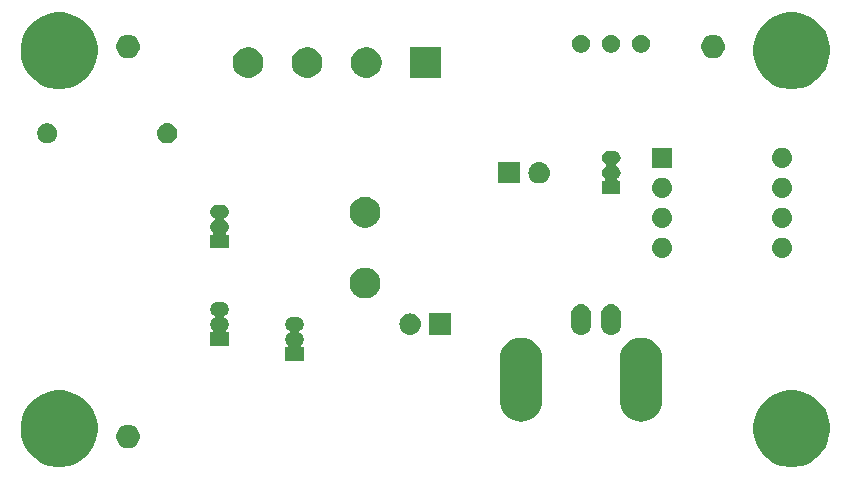
<source format=gbr>
G04 #@! TF.GenerationSoftware,KiCad,Pcbnew,(5.1.2)-1*
G04 #@! TF.CreationDate,2019-08-30T22:43:59-03:00*
G04 #@! TF.ProjectId,colpitts,636f6c70-6974-4747-932e-6b696361645f,v1*
G04 #@! TF.SameCoordinates,Original*
G04 #@! TF.FileFunction,Soldermask,Bot*
G04 #@! TF.FilePolarity,Negative*
%FSLAX46Y46*%
G04 Gerber Fmt 4.6, Leading zero omitted, Abs format (unit mm)*
G04 Created by KiCad (PCBNEW (5.1.2)-1) date 2019-08-30 22:43:59*
%MOMM*%
%LPD*%
G04 APERTURE LIST*
%ADD10C,0.100000*%
G04 APERTURE END LIST*
D10*
G36*
X156634239Y-102811467D02*
G01*
X156948282Y-102873934D01*
X157539926Y-103119001D01*
X158072392Y-103474784D01*
X158525216Y-103927608D01*
X158880999Y-104460074D01*
X159126066Y-105051718D01*
X159126066Y-105051719D01*
X159251000Y-105679803D01*
X159251000Y-106320197D01*
X159199022Y-106581507D01*
X159126066Y-106948282D01*
X158880999Y-107539926D01*
X158525216Y-108072392D01*
X158072392Y-108525216D01*
X157539926Y-108880999D01*
X156948282Y-109126066D01*
X156634239Y-109188533D01*
X156320197Y-109251000D01*
X155679803Y-109251000D01*
X155365761Y-109188533D01*
X155051718Y-109126066D01*
X154460074Y-108880999D01*
X153927608Y-108525216D01*
X153474784Y-108072392D01*
X153119001Y-107539926D01*
X152873934Y-106948282D01*
X152800978Y-106581507D01*
X152749000Y-106320197D01*
X152749000Y-105679803D01*
X152873934Y-105051719D01*
X152873934Y-105051718D01*
X153119001Y-104460074D01*
X153474784Y-103927608D01*
X153927608Y-103474784D01*
X154460074Y-103119001D01*
X155051718Y-102873934D01*
X155365761Y-102811467D01*
X155679803Y-102749000D01*
X156320197Y-102749000D01*
X156634239Y-102811467D01*
X156634239Y-102811467D01*
G37*
G36*
X94634239Y-102811467D02*
G01*
X94948282Y-102873934D01*
X95539926Y-103119001D01*
X96072392Y-103474784D01*
X96525216Y-103927608D01*
X96880999Y-104460074D01*
X97126066Y-105051718D01*
X97126066Y-105051719D01*
X97251000Y-105679803D01*
X97251000Y-106320197D01*
X97199022Y-106581507D01*
X97126066Y-106948282D01*
X96880999Y-107539926D01*
X96525216Y-108072392D01*
X96072392Y-108525216D01*
X95539926Y-108880999D01*
X94948282Y-109126066D01*
X94634239Y-109188533D01*
X94320197Y-109251000D01*
X93679803Y-109251000D01*
X93365761Y-109188533D01*
X93051718Y-109126066D01*
X92460074Y-108880999D01*
X91927608Y-108525216D01*
X91474784Y-108072392D01*
X91119001Y-107539926D01*
X90873934Y-106948282D01*
X90800978Y-106581507D01*
X90749000Y-106320197D01*
X90749000Y-105679803D01*
X90873934Y-105051719D01*
X90873934Y-105051718D01*
X91119001Y-104460074D01*
X91474784Y-103927608D01*
X91927608Y-103474784D01*
X92460074Y-103119001D01*
X93051718Y-102873934D01*
X93365761Y-102811467D01*
X93679803Y-102749000D01*
X94320197Y-102749000D01*
X94634239Y-102811467D01*
X94634239Y-102811467D01*
G37*
G36*
X100049290Y-105705619D02*
G01*
X100113689Y-105718429D01*
X100295678Y-105793811D01*
X100459463Y-105903249D01*
X100598751Y-106042537D01*
X100708189Y-106206322D01*
X100783571Y-106388311D01*
X100822000Y-106581509D01*
X100822000Y-106778491D01*
X100783571Y-106971689D01*
X100708189Y-107153678D01*
X100598751Y-107317463D01*
X100459463Y-107456751D01*
X100295678Y-107566189D01*
X100113689Y-107641571D01*
X100058061Y-107652636D01*
X99920493Y-107680000D01*
X99723507Y-107680000D01*
X99585939Y-107652636D01*
X99530311Y-107641571D01*
X99348322Y-107566189D01*
X99184537Y-107456751D01*
X99045249Y-107317463D01*
X98935811Y-107153678D01*
X98860429Y-106971689D01*
X98822000Y-106778491D01*
X98822000Y-106581509D01*
X98860429Y-106388311D01*
X98935811Y-106206322D01*
X99045249Y-106042537D01*
X99184537Y-105903249D01*
X99348322Y-105793811D01*
X99530311Y-105718429D01*
X99594710Y-105705619D01*
X99723507Y-105680000D01*
X99920493Y-105680000D01*
X100049290Y-105705619D01*
X100049290Y-105705619D01*
G37*
G36*
X133449058Y-98329059D02*
G01*
X133788548Y-98432042D01*
X133788550Y-98432043D01*
X134101422Y-98599277D01*
X134375661Y-98824339D01*
X134600723Y-99098578D01*
X134767957Y-99411450D01*
X134767958Y-99411452D01*
X134870941Y-99750942D01*
X134897000Y-100015525D01*
X134897000Y-103692475D01*
X134870941Y-103957058D01*
X134779492Y-104258524D01*
X134767957Y-104296550D01*
X134600723Y-104609422D01*
X134375661Y-104883661D01*
X134101423Y-105108723D01*
X133788549Y-105275957D01*
X133788547Y-105275958D01*
X133449057Y-105378941D01*
X133096000Y-105413714D01*
X132742942Y-105378941D01*
X132403452Y-105275958D01*
X132403450Y-105275957D01*
X132090578Y-105108723D01*
X131816339Y-104883661D01*
X131591277Y-104609423D01*
X131424043Y-104296549D01*
X131361179Y-104089315D01*
X131321059Y-103957057D01*
X131295000Y-103692474D01*
X131295001Y-100015525D01*
X131321060Y-99750942D01*
X131424043Y-99411452D01*
X131424044Y-99411450D01*
X131591278Y-99098578D01*
X131816340Y-98824339D01*
X132090579Y-98599277D01*
X132403451Y-98432043D01*
X132403453Y-98432042D01*
X132742943Y-98329059D01*
X133096000Y-98294286D01*
X133449058Y-98329059D01*
X133449058Y-98329059D01*
G37*
G36*
X143609058Y-98329059D02*
G01*
X143948548Y-98432042D01*
X143948550Y-98432043D01*
X144261422Y-98599277D01*
X144535661Y-98824339D01*
X144760723Y-99098578D01*
X144927957Y-99411450D01*
X144927958Y-99411452D01*
X145030941Y-99750942D01*
X145057000Y-100015525D01*
X145057000Y-103692475D01*
X145030941Y-103957058D01*
X144939492Y-104258524D01*
X144927957Y-104296550D01*
X144760723Y-104609422D01*
X144535661Y-104883661D01*
X144261423Y-105108723D01*
X143948549Y-105275957D01*
X143948547Y-105275958D01*
X143609057Y-105378941D01*
X143256000Y-105413714D01*
X142902942Y-105378941D01*
X142563452Y-105275958D01*
X142563450Y-105275957D01*
X142250578Y-105108723D01*
X141976339Y-104883661D01*
X141751277Y-104609423D01*
X141584043Y-104296549D01*
X141521179Y-104089315D01*
X141481059Y-103957057D01*
X141455000Y-103692474D01*
X141455001Y-100015525D01*
X141481060Y-99750942D01*
X141584043Y-99411452D01*
X141584044Y-99411450D01*
X141751278Y-99098578D01*
X141976340Y-98824339D01*
X142250579Y-98599277D01*
X142563451Y-98432043D01*
X142563453Y-98432042D01*
X142902943Y-98329059D01*
X143256000Y-98294286D01*
X143609058Y-98329059D01*
X143609058Y-98329059D01*
G37*
G36*
X114256916Y-96587334D02*
G01*
X114365492Y-96620271D01*
X114365495Y-96620272D01*
X114401601Y-96639571D01*
X114465557Y-96673756D01*
X114553264Y-96745736D01*
X114625244Y-96833443D01*
X114659429Y-96897399D01*
X114678728Y-96933505D01*
X114678729Y-96933508D01*
X114711666Y-97042084D01*
X114722787Y-97155000D01*
X114711666Y-97267916D01*
X114678729Y-97376492D01*
X114678728Y-97376495D01*
X114671070Y-97390822D01*
X114625244Y-97476557D01*
X114553264Y-97564264D01*
X114465557Y-97636244D01*
X114411613Y-97665077D01*
X114384141Y-97679761D01*
X114363766Y-97693375D01*
X114346439Y-97710702D01*
X114332826Y-97731076D01*
X114323448Y-97753715D01*
X114318668Y-97777748D01*
X114318668Y-97802252D01*
X114323448Y-97826285D01*
X114332826Y-97848924D01*
X114346440Y-97869299D01*
X114363767Y-97886626D01*
X114384141Y-97900239D01*
X114465557Y-97943756D01*
X114553264Y-98015736D01*
X114625244Y-98103443D01*
X114659429Y-98167399D01*
X114678728Y-98203505D01*
X114678729Y-98203508D01*
X114711666Y-98312084D01*
X114722787Y-98425000D01*
X114711666Y-98537916D01*
X114678729Y-98646492D01*
X114678728Y-98646495D01*
X114659429Y-98682601D01*
X114625244Y-98746557D01*
X114553264Y-98834264D01*
X114476354Y-98897383D01*
X114459035Y-98914702D01*
X114445421Y-98935077D01*
X114436043Y-98957716D01*
X114431263Y-98981749D01*
X114431263Y-99006253D01*
X114436043Y-99030286D01*
X114445421Y-99052925D01*
X114459034Y-99073299D01*
X114476361Y-99090626D01*
X114496736Y-99104240D01*
X114519375Y-99113618D01*
X114543408Y-99118398D01*
X114555660Y-99119000D01*
X114720000Y-99119000D01*
X114720000Y-100271000D01*
X113118000Y-100271000D01*
X113118000Y-99119000D01*
X113282340Y-99119000D01*
X113306726Y-99116598D01*
X113330175Y-99109485D01*
X113351786Y-99097934D01*
X113370728Y-99082389D01*
X113386273Y-99063447D01*
X113397824Y-99041836D01*
X113404937Y-99018387D01*
X113407339Y-98994001D01*
X113404937Y-98969615D01*
X113397824Y-98946166D01*
X113386273Y-98924555D01*
X113370728Y-98905613D01*
X113361655Y-98897391D01*
X113284736Y-98834264D01*
X113212756Y-98746557D01*
X113178571Y-98682601D01*
X113159272Y-98646495D01*
X113159271Y-98646492D01*
X113126334Y-98537916D01*
X113115213Y-98425000D01*
X113126334Y-98312084D01*
X113159271Y-98203508D01*
X113159272Y-98203505D01*
X113178571Y-98167399D01*
X113212756Y-98103443D01*
X113284736Y-98015736D01*
X113372443Y-97943756D01*
X113453859Y-97900239D01*
X113474234Y-97886625D01*
X113491561Y-97869298D01*
X113505174Y-97848924D01*
X113514552Y-97826285D01*
X113519332Y-97802252D01*
X113519332Y-97777748D01*
X113514552Y-97753715D01*
X113505174Y-97731076D01*
X113491560Y-97710701D01*
X113474233Y-97693374D01*
X113453859Y-97679761D01*
X113426387Y-97665077D01*
X113372443Y-97636244D01*
X113284736Y-97564264D01*
X113212756Y-97476557D01*
X113166930Y-97390822D01*
X113159272Y-97376495D01*
X113159271Y-97376492D01*
X113126334Y-97267916D01*
X113115213Y-97155000D01*
X113126334Y-97042084D01*
X113159271Y-96933508D01*
X113159272Y-96933505D01*
X113178571Y-96897399D01*
X113212756Y-96833443D01*
X113284736Y-96745736D01*
X113372443Y-96673756D01*
X113436399Y-96639571D01*
X113472505Y-96620272D01*
X113472508Y-96620271D01*
X113581084Y-96587334D01*
X113665702Y-96579000D01*
X114172298Y-96579000D01*
X114256916Y-96587334D01*
X114256916Y-96587334D01*
G37*
G36*
X107906916Y-95317334D02*
G01*
X108015492Y-95350271D01*
X108015495Y-95350272D01*
X108051601Y-95369571D01*
X108115557Y-95403756D01*
X108203264Y-95475736D01*
X108275244Y-95563443D01*
X108301730Y-95612996D01*
X108328728Y-95663505D01*
X108328729Y-95663508D01*
X108361666Y-95772084D01*
X108372787Y-95885000D01*
X108361666Y-95997916D01*
X108328729Y-96106492D01*
X108328728Y-96106495D01*
X108309429Y-96142601D01*
X108275244Y-96206557D01*
X108203264Y-96294264D01*
X108115557Y-96366244D01*
X108034141Y-96409761D01*
X108013766Y-96423375D01*
X107996439Y-96440702D01*
X107982826Y-96461076D01*
X107973448Y-96483715D01*
X107968668Y-96507748D01*
X107968668Y-96532252D01*
X107973448Y-96556285D01*
X107982826Y-96578924D01*
X107996440Y-96599299D01*
X108013767Y-96616626D01*
X108034141Y-96630239D01*
X108115557Y-96673756D01*
X108203264Y-96745736D01*
X108275244Y-96833443D01*
X108309429Y-96897399D01*
X108328728Y-96933505D01*
X108328729Y-96933508D01*
X108361666Y-97042084D01*
X108372787Y-97155000D01*
X108361666Y-97267916D01*
X108328729Y-97376492D01*
X108328728Y-97376495D01*
X108321070Y-97390822D01*
X108275244Y-97476557D01*
X108203264Y-97564264D01*
X108126354Y-97627383D01*
X108109035Y-97644702D01*
X108095421Y-97665077D01*
X108086043Y-97687716D01*
X108081263Y-97711749D01*
X108081263Y-97736253D01*
X108086043Y-97760286D01*
X108095421Y-97782925D01*
X108109034Y-97803299D01*
X108126361Y-97820626D01*
X108146736Y-97834240D01*
X108169375Y-97843618D01*
X108193408Y-97848398D01*
X108205660Y-97849000D01*
X108370000Y-97849000D01*
X108370000Y-99001000D01*
X106768000Y-99001000D01*
X106768000Y-97849000D01*
X106932340Y-97849000D01*
X106956726Y-97846598D01*
X106980175Y-97839485D01*
X107001786Y-97827934D01*
X107020728Y-97812389D01*
X107036273Y-97793447D01*
X107047824Y-97771836D01*
X107054937Y-97748387D01*
X107057339Y-97724001D01*
X107054937Y-97699615D01*
X107047824Y-97676166D01*
X107036273Y-97654555D01*
X107020728Y-97635613D01*
X107011655Y-97627391D01*
X106934736Y-97564264D01*
X106862756Y-97476557D01*
X106816930Y-97390822D01*
X106809272Y-97376495D01*
X106809271Y-97376492D01*
X106776334Y-97267916D01*
X106765213Y-97155000D01*
X106776334Y-97042084D01*
X106809271Y-96933508D01*
X106809272Y-96933505D01*
X106828571Y-96897399D01*
X106862756Y-96833443D01*
X106934736Y-96745736D01*
X107022443Y-96673756D01*
X107103859Y-96630239D01*
X107124234Y-96616625D01*
X107141561Y-96599298D01*
X107155174Y-96578924D01*
X107164552Y-96556285D01*
X107169332Y-96532252D01*
X107169332Y-96507748D01*
X107164552Y-96483715D01*
X107155174Y-96461076D01*
X107141560Y-96440701D01*
X107124233Y-96423374D01*
X107103859Y-96409761D01*
X107022443Y-96366244D01*
X106934736Y-96294264D01*
X106862756Y-96206557D01*
X106828571Y-96142601D01*
X106809272Y-96106495D01*
X106809271Y-96106492D01*
X106776334Y-95997916D01*
X106765213Y-95885000D01*
X106776334Y-95772084D01*
X106809271Y-95663508D01*
X106809272Y-95663505D01*
X106836270Y-95612996D01*
X106862756Y-95563443D01*
X106934736Y-95475736D01*
X107022443Y-95403756D01*
X107086399Y-95369571D01*
X107122505Y-95350272D01*
X107122508Y-95350271D01*
X107231084Y-95317334D01*
X107315702Y-95309000D01*
X107822298Y-95309000D01*
X107906916Y-95317334D01*
X107906916Y-95317334D01*
G37*
G36*
X140882823Y-95485313D02*
G01*
X141043242Y-95533976D01*
X141175906Y-95604886D01*
X141191078Y-95612996D01*
X141320659Y-95719341D01*
X141427004Y-95848922D01*
X141427005Y-95848924D01*
X141506024Y-95996758D01*
X141554687Y-96157177D01*
X141567000Y-96282197D01*
X141567000Y-97265804D01*
X141554687Y-97390823D01*
X141506024Y-97551242D01*
X141450802Y-97654555D01*
X141427004Y-97699078D01*
X141327252Y-97820626D01*
X141320659Y-97828659D01*
X141191077Y-97935005D01*
X141043241Y-98014024D01*
X141043238Y-98014025D01*
X141013379Y-98023083D01*
X140882822Y-98062687D01*
X140716000Y-98079117D01*
X140549177Y-98062687D01*
X140418620Y-98023083D01*
X140388761Y-98014025D01*
X140388758Y-98014024D01*
X140240924Y-97935005D01*
X140240922Y-97935004D01*
X140111341Y-97828659D01*
X140104748Y-97820626D01*
X140004995Y-97699077D01*
X139925976Y-97551241D01*
X139877313Y-97390822D01*
X139865000Y-97265803D01*
X139865000Y-96282197D01*
X139877314Y-96157177D01*
X139925977Y-95996758D01*
X140004996Y-95848924D01*
X140004997Y-95848922D01*
X140111342Y-95719341D01*
X140240923Y-95612996D01*
X140256095Y-95604886D01*
X140388759Y-95533976D01*
X140549178Y-95485313D01*
X140716000Y-95468883D01*
X140882823Y-95485313D01*
X140882823Y-95485313D01*
G37*
G36*
X138342823Y-95485313D02*
G01*
X138503242Y-95533976D01*
X138635906Y-95604886D01*
X138651078Y-95612996D01*
X138780659Y-95719341D01*
X138887004Y-95848922D01*
X138887005Y-95848924D01*
X138966024Y-95996758D01*
X139014687Y-96157177D01*
X139027000Y-96282197D01*
X139027000Y-97265804D01*
X139014687Y-97390823D01*
X138966024Y-97551242D01*
X138910802Y-97654555D01*
X138887004Y-97699078D01*
X138787252Y-97820626D01*
X138780659Y-97828659D01*
X138651077Y-97935005D01*
X138503241Y-98014024D01*
X138503238Y-98014025D01*
X138473379Y-98023083D01*
X138342822Y-98062687D01*
X138176000Y-98079117D01*
X138009177Y-98062687D01*
X137878620Y-98023083D01*
X137848761Y-98014025D01*
X137848758Y-98014024D01*
X137700924Y-97935005D01*
X137700922Y-97935004D01*
X137571341Y-97828659D01*
X137564748Y-97820626D01*
X137464995Y-97699077D01*
X137385976Y-97551241D01*
X137337313Y-97390822D01*
X137325000Y-97265803D01*
X137325000Y-96282197D01*
X137337314Y-96157177D01*
X137385977Y-95996758D01*
X137464996Y-95848924D01*
X137464997Y-95848922D01*
X137571342Y-95719341D01*
X137700923Y-95612996D01*
X137716095Y-95604886D01*
X137848759Y-95533976D01*
X138009178Y-95485313D01*
X138176000Y-95468883D01*
X138342823Y-95485313D01*
X138342823Y-95485313D01*
G37*
G36*
X123808442Y-96260518D02*
G01*
X123874627Y-96267037D01*
X124044466Y-96318557D01*
X124200991Y-96402222D01*
X124226766Y-96423375D01*
X124338186Y-96514814D01*
X124407519Y-96599298D01*
X124450778Y-96652009D01*
X124534443Y-96808534D01*
X124585963Y-96978373D01*
X124603359Y-97155000D01*
X124585963Y-97331627D01*
X124534443Y-97501466D01*
X124450778Y-97657991D01*
X124426383Y-97687716D01*
X124338186Y-97795186D01*
X124236729Y-97878448D01*
X124200991Y-97907778D01*
X124044466Y-97991443D01*
X123874627Y-98042963D01*
X123808443Y-98049481D01*
X123742260Y-98056000D01*
X123653740Y-98056000D01*
X123587557Y-98049481D01*
X123521373Y-98042963D01*
X123351534Y-97991443D01*
X123195009Y-97907778D01*
X123159271Y-97878448D01*
X123057814Y-97795186D01*
X122969617Y-97687716D01*
X122945222Y-97657991D01*
X122861557Y-97501466D01*
X122810037Y-97331627D01*
X122792641Y-97155000D01*
X122810037Y-96978373D01*
X122861557Y-96808534D01*
X122945222Y-96652009D01*
X122988481Y-96599298D01*
X123057814Y-96514814D01*
X123169234Y-96423375D01*
X123195009Y-96402222D01*
X123351534Y-96318557D01*
X123521373Y-96267037D01*
X123587558Y-96260518D01*
X123653740Y-96254000D01*
X123742260Y-96254000D01*
X123808442Y-96260518D01*
X123808442Y-96260518D01*
G37*
G36*
X127139000Y-98056000D02*
G01*
X125337000Y-98056000D01*
X125337000Y-96254000D01*
X127139000Y-96254000D01*
X127139000Y-98056000D01*
X127139000Y-98056000D01*
G37*
G36*
X120267487Y-92426996D02*
G01*
X120504253Y-92525068D01*
X120504255Y-92525069D01*
X120717339Y-92667447D01*
X120898553Y-92848661D01*
X121040932Y-93061747D01*
X121139004Y-93298513D01*
X121189000Y-93549861D01*
X121189000Y-93806139D01*
X121139004Y-94057487D01*
X121040932Y-94294253D01*
X121040931Y-94294255D01*
X120898553Y-94507339D01*
X120717339Y-94688553D01*
X120504255Y-94830931D01*
X120504254Y-94830932D01*
X120504253Y-94830932D01*
X120267487Y-94929004D01*
X120016139Y-94979000D01*
X119759861Y-94979000D01*
X119508513Y-94929004D01*
X119271747Y-94830932D01*
X119271746Y-94830932D01*
X119271745Y-94830931D01*
X119058661Y-94688553D01*
X118877447Y-94507339D01*
X118735069Y-94294255D01*
X118735068Y-94294253D01*
X118636996Y-94057487D01*
X118587000Y-93806139D01*
X118587000Y-93549861D01*
X118636996Y-93298513D01*
X118735068Y-93061747D01*
X118877447Y-92848661D01*
X119058661Y-92667447D01*
X119271745Y-92525069D01*
X119271747Y-92525068D01*
X119508513Y-92426996D01*
X119759861Y-92377000D01*
X120016139Y-92377000D01*
X120267487Y-92426996D01*
X120267487Y-92426996D01*
G37*
G36*
X155360823Y-89839313D02*
G01*
X155521242Y-89887976D01*
X155653906Y-89958886D01*
X155669078Y-89966996D01*
X155798659Y-90073341D01*
X155905004Y-90202922D01*
X155905005Y-90202924D01*
X155984024Y-90350758D01*
X156032687Y-90511177D01*
X156049117Y-90678000D01*
X156032687Y-90844823D01*
X155984024Y-91005242D01*
X155913114Y-91137906D01*
X155905004Y-91153078D01*
X155798659Y-91282659D01*
X155669078Y-91389004D01*
X155669076Y-91389005D01*
X155521242Y-91468024D01*
X155360823Y-91516687D01*
X155235804Y-91529000D01*
X155152196Y-91529000D01*
X155027177Y-91516687D01*
X154866758Y-91468024D01*
X154718924Y-91389005D01*
X154718922Y-91389004D01*
X154589341Y-91282659D01*
X154482996Y-91153078D01*
X154474886Y-91137906D01*
X154403976Y-91005242D01*
X154355313Y-90844823D01*
X154338883Y-90678000D01*
X154355313Y-90511177D01*
X154403976Y-90350758D01*
X154482995Y-90202924D01*
X154482996Y-90202922D01*
X154589341Y-90073341D01*
X154718922Y-89966996D01*
X154734094Y-89958886D01*
X154866758Y-89887976D01*
X155027177Y-89839313D01*
X155152196Y-89827000D01*
X155235804Y-89827000D01*
X155360823Y-89839313D01*
X155360823Y-89839313D01*
G37*
G36*
X145200823Y-89839313D02*
G01*
X145361242Y-89887976D01*
X145493906Y-89958886D01*
X145509078Y-89966996D01*
X145638659Y-90073341D01*
X145745004Y-90202922D01*
X145745005Y-90202924D01*
X145824024Y-90350758D01*
X145872687Y-90511177D01*
X145889117Y-90678000D01*
X145872687Y-90844823D01*
X145824024Y-91005242D01*
X145753114Y-91137906D01*
X145745004Y-91153078D01*
X145638659Y-91282659D01*
X145509078Y-91389004D01*
X145509076Y-91389005D01*
X145361242Y-91468024D01*
X145200823Y-91516687D01*
X145075804Y-91529000D01*
X144992196Y-91529000D01*
X144867177Y-91516687D01*
X144706758Y-91468024D01*
X144558924Y-91389005D01*
X144558922Y-91389004D01*
X144429341Y-91282659D01*
X144322996Y-91153078D01*
X144314886Y-91137906D01*
X144243976Y-91005242D01*
X144195313Y-90844823D01*
X144178883Y-90678000D01*
X144195313Y-90511177D01*
X144243976Y-90350758D01*
X144322995Y-90202924D01*
X144322996Y-90202922D01*
X144429341Y-90073341D01*
X144558922Y-89966996D01*
X144574094Y-89958886D01*
X144706758Y-89887976D01*
X144867177Y-89839313D01*
X144992196Y-89827000D01*
X145075804Y-89827000D01*
X145200823Y-89839313D01*
X145200823Y-89839313D01*
G37*
G36*
X107906916Y-87062334D02*
G01*
X108015492Y-87095271D01*
X108015495Y-87095272D01*
X108051601Y-87114571D01*
X108115557Y-87148756D01*
X108203264Y-87220736D01*
X108275244Y-87308443D01*
X108296374Y-87347975D01*
X108328728Y-87408505D01*
X108328729Y-87408508D01*
X108361666Y-87517084D01*
X108372787Y-87630000D01*
X108361666Y-87742916D01*
X108328729Y-87851492D01*
X108328728Y-87851495D01*
X108309429Y-87887601D01*
X108275244Y-87951557D01*
X108203264Y-88039264D01*
X108115557Y-88111244D01*
X108034141Y-88154761D01*
X108013766Y-88168375D01*
X107996439Y-88185702D01*
X107982826Y-88206076D01*
X107973448Y-88228715D01*
X107968668Y-88252748D01*
X107968668Y-88277252D01*
X107973448Y-88301285D01*
X107982826Y-88323924D01*
X107996440Y-88344299D01*
X108013767Y-88361626D01*
X108034141Y-88375239D01*
X108115557Y-88418756D01*
X108203264Y-88490736D01*
X108275244Y-88578443D01*
X108293755Y-88613076D01*
X108328728Y-88678505D01*
X108328729Y-88678508D01*
X108361666Y-88787084D01*
X108372787Y-88900000D01*
X108361666Y-89012916D01*
X108328729Y-89121492D01*
X108328728Y-89121495D01*
X108309429Y-89157601D01*
X108275244Y-89221557D01*
X108203264Y-89309264D01*
X108126354Y-89372383D01*
X108109035Y-89389702D01*
X108095421Y-89410077D01*
X108086043Y-89432716D01*
X108081263Y-89456749D01*
X108081263Y-89481253D01*
X108086043Y-89505286D01*
X108095421Y-89527925D01*
X108109034Y-89548299D01*
X108126361Y-89565626D01*
X108146736Y-89579240D01*
X108169375Y-89588618D01*
X108193408Y-89593398D01*
X108205660Y-89594000D01*
X108370000Y-89594000D01*
X108370000Y-90746000D01*
X106768000Y-90746000D01*
X106768000Y-89594000D01*
X106932340Y-89594000D01*
X106956726Y-89591598D01*
X106980175Y-89584485D01*
X107001786Y-89572934D01*
X107020728Y-89557389D01*
X107036273Y-89538447D01*
X107047824Y-89516836D01*
X107054937Y-89493387D01*
X107057339Y-89469001D01*
X107054937Y-89444615D01*
X107047824Y-89421166D01*
X107036273Y-89399555D01*
X107020728Y-89380613D01*
X107011655Y-89372391D01*
X106934736Y-89309264D01*
X106862756Y-89221557D01*
X106828571Y-89157601D01*
X106809272Y-89121495D01*
X106809271Y-89121492D01*
X106776334Y-89012916D01*
X106765213Y-88900000D01*
X106776334Y-88787084D01*
X106809271Y-88678508D01*
X106809272Y-88678505D01*
X106844245Y-88613076D01*
X106862756Y-88578443D01*
X106934736Y-88490736D01*
X107022443Y-88418756D01*
X107103859Y-88375239D01*
X107124234Y-88361625D01*
X107141561Y-88344298D01*
X107155174Y-88323924D01*
X107164552Y-88301285D01*
X107169332Y-88277252D01*
X107169332Y-88252748D01*
X107164552Y-88228715D01*
X107155174Y-88206076D01*
X107141560Y-88185701D01*
X107124233Y-88168374D01*
X107103859Y-88154761D01*
X107022443Y-88111244D01*
X106934736Y-88039264D01*
X106862756Y-87951557D01*
X106828571Y-87887601D01*
X106809272Y-87851495D01*
X106809271Y-87851492D01*
X106776334Y-87742916D01*
X106765213Y-87630000D01*
X106776334Y-87517084D01*
X106809271Y-87408508D01*
X106809272Y-87408505D01*
X106841626Y-87347975D01*
X106862756Y-87308443D01*
X106934736Y-87220736D01*
X107022443Y-87148756D01*
X107086399Y-87114571D01*
X107122505Y-87095272D01*
X107122508Y-87095271D01*
X107231084Y-87062334D01*
X107315702Y-87054000D01*
X107822298Y-87054000D01*
X107906916Y-87062334D01*
X107906916Y-87062334D01*
G37*
G36*
X145200823Y-87299313D02*
G01*
X145361242Y-87347976D01*
X145474484Y-87408505D01*
X145509078Y-87426996D01*
X145638659Y-87533341D01*
X145745004Y-87662922D01*
X145745005Y-87662924D01*
X145824024Y-87810758D01*
X145872687Y-87971177D01*
X145889117Y-88138000D01*
X145872687Y-88304823D01*
X145824024Y-88465242D01*
X145763517Y-88578443D01*
X145745004Y-88613078D01*
X145638659Y-88742659D01*
X145509078Y-88849004D01*
X145509076Y-88849005D01*
X145361242Y-88928024D01*
X145361239Y-88928025D01*
X145331380Y-88937083D01*
X145200823Y-88976687D01*
X145075804Y-88989000D01*
X144992196Y-88989000D01*
X144867177Y-88976687D01*
X144736620Y-88937083D01*
X144706761Y-88928025D01*
X144706758Y-88928024D01*
X144558924Y-88849005D01*
X144558922Y-88849004D01*
X144429341Y-88742659D01*
X144322996Y-88613078D01*
X144304483Y-88578443D01*
X144243976Y-88465242D01*
X144195313Y-88304823D01*
X144178883Y-88138000D01*
X144195313Y-87971177D01*
X144243976Y-87810758D01*
X144322995Y-87662924D01*
X144322996Y-87662922D01*
X144429341Y-87533341D01*
X144558922Y-87426996D01*
X144593516Y-87408505D01*
X144706758Y-87347976D01*
X144867177Y-87299313D01*
X144992196Y-87287000D01*
X145075804Y-87287000D01*
X145200823Y-87299313D01*
X145200823Y-87299313D01*
G37*
G36*
X155360823Y-87299313D02*
G01*
X155521242Y-87347976D01*
X155634484Y-87408505D01*
X155669078Y-87426996D01*
X155798659Y-87533341D01*
X155905004Y-87662922D01*
X155905005Y-87662924D01*
X155984024Y-87810758D01*
X156032687Y-87971177D01*
X156049117Y-88138000D01*
X156032687Y-88304823D01*
X155984024Y-88465242D01*
X155923517Y-88578443D01*
X155905004Y-88613078D01*
X155798659Y-88742659D01*
X155669078Y-88849004D01*
X155669076Y-88849005D01*
X155521242Y-88928024D01*
X155521239Y-88928025D01*
X155491380Y-88937083D01*
X155360823Y-88976687D01*
X155235804Y-88989000D01*
X155152196Y-88989000D01*
X155027177Y-88976687D01*
X154896620Y-88937083D01*
X154866761Y-88928025D01*
X154866758Y-88928024D01*
X154718924Y-88849005D01*
X154718922Y-88849004D01*
X154589341Y-88742659D01*
X154482996Y-88613078D01*
X154464483Y-88578443D01*
X154403976Y-88465242D01*
X154355313Y-88304823D01*
X154338883Y-88138000D01*
X154355313Y-87971177D01*
X154403976Y-87810758D01*
X154482995Y-87662924D01*
X154482996Y-87662922D01*
X154589341Y-87533341D01*
X154718922Y-87426996D01*
X154753516Y-87408505D01*
X154866758Y-87347976D01*
X155027177Y-87299313D01*
X155152196Y-87287000D01*
X155235804Y-87287000D01*
X155360823Y-87299313D01*
X155360823Y-87299313D01*
G37*
G36*
X120267487Y-86426996D02*
G01*
X120504253Y-86525068D01*
X120504255Y-86525069D01*
X120717339Y-86667447D01*
X120898553Y-86848661D01*
X121040932Y-87061747D01*
X121139004Y-87298513D01*
X121189000Y-87549861D01*
X121189000Y-87806139D01*
X121139004Y-88057487D01*
X121077456Y-88206076D01*
X121040931Y-88294255D01*
X120898553Y-88507339D01*
X120717339Y-88688553D01*
X120504255Y-88830931D01*
X120504254Y-88830932D01*
X120504253Y-88830932D01*
X120267487Y-88929004D01*
X120016139Y-88979000D01*
X119759861Y-88979000D01*
X119508513Y-88929004D01*
X119271747Y-88830932D01*
X119271746Y-88830932D01*
X119271745Y-88830931D01*
X119058661Y-88688553D01*
X118877447Y-88507339D01*
X118735069Y-88294255D01*
X118698544Y-88206076D01*
X118636996Y-88057487D01*
X118587000Y-87806139D01*
X118587000Y-87549861D01*
X118636996Y-87298513D01*
X118735068Y-87061747D01*
X118877447Y-86848661D01*
X119058661Y-86667447D01*
X119271745Y-86525069D01*
X119271747Y-86525068D01*
X119508513Y-86426996D01*
X119759861Y-86377000D01*
X120016139Y-86377000D01*
X120267487Y-86426996D01*
X120267487Y-86426996D01*
G37*
G36*
X145200823Y-84759313D02*
G01*
X145361242Y-84807976D01*
X145482173Y-84872615D01*
X145509078Y-84886996D01*
X145638659Y-84993341D01*
X145745004Y-85122922D01*
X145745005Y-85122924D01*
X145824024Y-85270758D01*
X145872687Y-85431177D01*
X145889117Y-85598000D01*
X145872687Y-85764823D01*
X145824024Y-85925242D01*
X145753114Y-86057906D01*
X145745004Y-86073078D01*
X145638659Y-86202659D01*
X145509078Y-86309004D01*
X145509076Y-86309005D01*
X145361242Y-86388024D01*
X145200823Y-86436687D01*
X145075804Y-86449000D01*
X144992196Y-86449000D01*
X144867177Y-86436687D01*
X144706758Y-86388024D01*
X144558924Y-86309005D01*
X144558922Y-86309004D01*
X144429341Y-86202659D01*
X144322996Y-86073078D01*
X144314886Y-86057906D01*
X144243976Y-85925242D01*
X144195313Y-85764823D01*
X144178883Y-85598000D01*
X144195313Y-85431177D01*
X144243976Y-85270758D01*
X144322995Y-85122924D01*
X144322996Y-85122922D01*
X144429341Y-84993341D01*
X144558922Y-84886996D01*
X144585827Y-84872615D01*
X144706758Y-84807976D01*
X144867177Y-84759313D01*
X144992196Y-84747000D01*
X145075804Y-84747000D01*
X145200823Y-84759313D01*
X145200823Y-84759313D01*
G37*
G36*
X155360823Y-84759313D02*
G01*
X155521242Y-84807976D01*
X155642173Y-84872615D01*
X155669078Y-84886996D01*
X155798659Y-84993341D01*
X155905004Y-85122922D01*
X155905005Y-85122924D01*
X155984024Y-85270758D01*
X156032687Y-85431177D01*
X156049117Y-85598000D01*
X156032687Y-85764823D01*
X155984024Y-85925242D01*
X155913114Y-86057906D01*
X155905004Y-86073078D01*
X155798659Y-86202659D01*
X155669078Y-86309004D01*
X155669076Y-86309005D01*
X155521242Y-86388024D01*
X155360823Y-86436687D01*
X155235804Y-86449000D01*
X155152196Y-86449000D01*
X155027177Y-86436687D01*
X154866758Y-86388024D01*
X154718924Y-86309005D01*
X154718922Y-86309004D01*
X154589341Y-86202659D01*
X154482996Y-86073078D01*
X154474886Y-86057906D01*
X154403976Y-85925242D01*
X154355313Y-85764823D01*
X154338883Y-85598000D01*
X154355313Y-85431177D01*
X154403976Y-85270758D01*
X154482995Y-85122924D01*
X154482996Y-85122922D01*
X154589341Y-84993341D01*
X154718922Y-84886996D01*
X154745827Y-84872615D01*
X154866758Y-84807976D01*
X155027177Y-84759313D01*
X155152196Y-84747000D01*
X155235804Y-84747000D01*
X155360823Y-84759313D01*
X155360823Y-84759313D01*
G37*
G36*
X141053916Y-82490334D02*
G01*
X141162492Y-82523271D01*
X141162495Y-82523272D01*
X141198601Y-82542571D01*
X141262557Y-82576756D01*
X141350264Y-82648736D01*
X141422244Y-82736443D01*
X141456429Y-82800399D01*
X141475728Y-82836505D01*
X141475729Y-82836508D01*
X141508666Y-82945084D01*
X141519787Y-83058000D01*
X141508666Y-83170916D01*
X141492312Y-83224825D01*
X141475728Y-83279495D01*
X141456429Y-83315601D01*
X141422244Y-83379557D01*
X141350264Y-83467264D01*
X141262557Y-83539244D01*
X141181141Y-83582761D01*
X141160766Y-83596375D01*
X141143439Y-83613702D01*
X141129826Y-83634076D01*
X141120448Y-83656715D01*
X141115668Y-83680748D01*
X141115668Y-83705252D01*
X141120448Y-83729285D01*
X141129826Y-83751924D01*
X141143440Y-83772299D01*
X141160767Y-83789626D01*
X141181141Y-83803239D01*
X141262557Y-83846756D01*
X141350264Y-83918736D01*
X141422244Y-84006443D01*
X141456429Y-84070399D01*
X141475728Y-84106505D01*
X141475729Y-84106508D01*
X141508666Y-84215084D01*
X141519787Y-84328000D01*
X141508666Y-84440916D01*
X141475729Y-84549492D01*
X141475728Y-84549495D01*
X141456429Y-84585601D01*
X141422244Y-84649557D01*
X141350264Y-84737264D01*
X141273354Y-84800383D01*
X141256035Y-84817702D01*
X141242421Y-84838077D01*
X141233043Y-84860716D01*
X141228263Y-84884749D01*
X141228263Y-84909253D01*
X141233043Y-84933286D01*
X141242421Y-84955925D01*
X141256034Y-84976299D01*
X141273361Y-84993626D01*
X141293736Y-85007240D01*
X141316375Y-85016618D01*
X141340408Y-85021398D01*
X141352660Y-85022000D01*
X141517000Y-85022000D01*
X141517000Y-86174000D01*
X139915000Y-86174000D01*
X139915000Y-85022000D01*
X140079340Y-85022000D01*
X140103726Y-85019598D01*
X140127175Y-85012485D01*
X140148786Y-85000934D01*
X140167728Y-84985389D01*
X140183273Y-84966447D01*
X140194824Y-84944836D01*
X140201937Y-84921387D01*
X140204339Y-84897001D01*
X140201937Y-84872615D01*
X140194824Y-84849166D01*
X140183273Y-84827555D01*
X140167728Y-84808613D01*
X140158655Y-84800391D01*
X140081736Y-84737264D01*
X140009756Y-84649557D01*
X139975571Y-84585601D01*
X139956272Y-84549495D01*
X139956271Y-84549492D01*
X139923334Y-84440916D01*
X139912213Y-84328000D01*
X139923334Y-84215084D01*
X139956271Y-84106508D01*
X139956272Y-84106505D01*
X139975571Y-84070399D01*
X140009756Y-84006443D01*
X140081736Y-83918736D01*
X140169443Y-83846756D01*
X140250859Y-83803239D01*
X140271234Y-83789625D01*
X140288561Y-83772298D01*
X140302174Y-83751924D01*
X140311552Y-83729285D01*
X140316332Y-83705252D01*
X140316332Y-83680748D01*
X140311552Y-83656715D01*
X140302174Y-83634076D01*
X140288560Y-83613701D01*
X140271233Y-83596374D01*
X140250859Y-83582761D01*
X140169443Y-83539244D01*
X140081736Y-83467264D01*
X140009756Y-83379557D01*
X139975571Y-83315601D01*
X139956272Y-83279495D01*
X139939688Y-83224825D01*
X139923334Y-83170916D01*
X139912213Y-83058000D01*
X139923334Y-82945084D01*
X139956271Y-82836508D01*
X139956272Y-82836505D01*
X139975571Y-82800399D01*
X140009756Y-82736443D01*
X140081736Y-82648736D01*
X140169443Y-82576756D01*
X140233399Y-82542571D01*
X140269505Y-82523272D01*
X140269508Y-82523271D01*
X140378084Y-82490334D01*
X140462702Y-82482000D01*
X140969298Y-82482000D01*
X141053916Y-82490334D01*
X141053916Y-82490334D01*
G37*
G36*
X134730443Y-83433519D02*
G01*
X134796627Y-83440037D01*
X134966466Y-83491557D01*
X135122991Y-83575222D01*
X135148766Y-83596375D01*
X135260186Y-83687814D01*
X135329519Y-83772298D01*
X135372778Y-83825009D01*
X135456443Y-83981534D01*
X135507963Y-84151373D01*
X135525359Y-84328000D01*
X135507963Y-84504627D01*
X135456443Y-84674466D01*
X135372778Y-84830991D01*
X135357862Y-84849166D01*
X135260186Y-84968186D01*
X135194612Y-85022000D01*
X135122991Y-85080778D01*
X134966466Y-85164443D01*
X134796627Y-85215963D01*
X134730443Y-85222481D01*
X134664260Y-85229000D01*
X134575740Y-85229000D01*
X134509557Y-85222481D01*
X134443373Y-85215963D01*
X134273534Y-85164443D01*
X134117009Y-85080778D01*
X134045388Y-85022000D01*
X133979814Y-84968186D01*
X133882138Y-84849166D01*
X133867222Y-84830991D01*
X133783557Y-84674466D01*
X133732037Y-84504627D01*
X133714641Y-84328000D01*
X133732037Y-84151373D01*
X133783557Y-83981534D01*
X133867222Y-83825009D01*
X133910481Y-83772298D01*
X133979814Y-83687814D01*
X134091234Y-83596375D01*
X134117009Y-83575222D01*
X134273534Y-83491557D01*
X134443373Y-83440037D01*
X134509557Y-83433519D01*
X134575740Y-83427000D01*
X134664260Y-83427000D01*
X134730443Y-83433519D01*
X134730443Y-83433519D01*
G37*
G36*
X132981000Y-85229000D02*
G01*
X131179000Y-85229000D01*
X131179000Y-83427000D01*
X132981000Y-83427000D01*
X132981000Y-85229000D01*
X132981000Y-85229000D01*
G37*
G36*
X145885000Y-83909000D02*
G01*
X144183000Y-83909000D01*
X144183000Y-82207000D01*
X145885000Y-82207000D01*
X145885000Y-83909000D01*
X145885000Y-83909000D01*
G37*
G36*
X155360823Y-82219313D02*
G01*
X155521242Y-82267976D01*
X155653906Y-82338886D01*
X155669078Y-82346996D01*
X155798659Y-82453341D01*
X155905004Y-82582922D01*
X155905005Y-82582924D01*
X155984024Y-82730758D01*
X156032687Y-82891177D01*
X156049117Y-83058000D01*
X156032687Y-83224823D01*
X155984024Y-83385242D01*
X155954735Y-83440037D01*
X155905004Y-83533078D01*
X155798659Y-83662659D01*
X155669078Y-83769004D01*
X155669076Y-83769005D01*
X155521242Y-83848024D01*
X155360823Y-83896687D01*
X155235804Y-83909000D01*
X155152196Y-83909000D01*
X155027177Y-83896687D01*
X154866758Y-83848024D01*
X154718924Y-83769005D01*
X154718922Y-83769004D01*
X154589341Y-83662659D01*
X154482996Y-83533078D01*
X154433265Y-83440037D01*
X154403976Y-83385242D01*
X154355313Y-83224823D01*
X154338883Y-83058000D01*
X154355313Y-82891177D01*
X154403976Y-82730758D01*
X154482995Y-82582924D01*
X154482996Y-82582922D01*
X154589341Y-82453341D01*
X154718922Y-82346996D01*
X154734094Y-82338886D01*
X154866758Y-82267976D01*
X155027177Y-82219313D01*
X155152196Y-82207000D01*
X155235804Y-82207000D01*
X155360823Y-82219313D01*
X155360823Y-82219313D01*
G37*
G36*
X93232228Y-80181703D02*
G01*
X93387100Y-80245853D01*
X93526481Y-80338985D01*
X93645015Y-80457519D01*
X93738147Y-80596900D01*
X93802297Y-80751772D01*
X93835000Y-80916184D01*
X93835000Y-81083816D01*
X93802297Y-81248228D01*
X93738147Y-81403100D01*
X93645015Y-81542481D01*
X93526481Y-81661015D01*
X93387100Y-81754147D01*
X93232228Y-81818297D01*
X93067816Y-81851000D01*
X92900184Y-81851000D01*
X92735772Y-81818297D01*
X92580900Y-81754147D01*
X92441519Y-81661015D01*
X92322985Y-81542481D01*
X92229853Y-81403100D01*
X92165703Y-81248228D01*
X92133000Y-81083816D01*
X92133000Y-80916184D01*
X92165703Y-80751772D01*
X92229853Y-80596900D01*
X92322985Y-80457519D01*
X92441519Y-80338985D01*
X92580900Y-80245853D01*
X92735772Y-80181703D01*
X92900184Y-80149000D01*
X93067816Y-80149000D01*
X93232228Y-80181703D01*
X93232228Y-80181703D01*
G37*
G36*
X103310823Y-80161313D02*
G01*
X103471242Y-80209976D01*
X103538361Y-80245852D01*
X103619078Y-80288996D01*
X103748659Y-80395341D01*
X103855004Y-80524922D01*
X103855005Y-80524924D01*
X103934024Y-80672758D01*
X103982687Y-80833177D01*
X103999117Y-81000000D01*
X103982687Y-81166823D01*
X103934024Y-81327242D01*
X103893477Y-81403100D01*
X103855004Y-81475078D01*
X103748659Y-81604659D01*
X103619078Y-81711004D01*
X103619076Y-81711005D01*
X103471242Y-81790024D01*
X103310823Y-81838687D01*
X103185804Y-81851000D01*
X103102196Y-81851000D01*
X102977177Y-81838687D01*
X102816758Y-81790024D01*
X102668924Y-81711005D01*
X102668922Y-81711004D01*
X102539341Y-81604659D01*
X102432996Y-81475078D01*
X102394523Y-81403100D01*
X102353976Y-81327242D01*
X102305313Y-81166823D01*
X102288883Y-81000000D01*
X102305313Y-80833177D01*
X102353976Y-80672758D01*
X102432995Y-80524924D01*
X102432996Y-80524922D01*
X102539341Y-80395341D01*
X102668922Y-80288996D01*
X102749639Y-80245852D01*
X102816758Y-80209976D01*
X102977177Y-80161313D01*
X103102196Y-80149000D01*
X103185804Y-80149000D01*
X103310823Y-80161313D01*
X103310823Y-80161313D01*
G37*
G36*
X94634239Y-70811467D02*
G01*
X94948282Y-70873934D01*
X95539926Y-71119001D01*
X96072392Y-71474784D01*
X96525216Y-71927608D01*
X96880999Y-72460074D01*
X97121541Y-73040794D01*
X97126066Y-73051719D01*
X97251000Y-73679803D01*
X97251000Y-74320197D01*
X97206047Y-74546189D01*
X97126066Y-74948282D01*
X96880999Y-75539926D01*
X96525216Y-76072392D01*
X96072392Y-76525216D01*
X95539926Y-76880999D01*
X94948282Y-77126066D01*
X94634239Y-77188533D01*
X94320197Y-77251000D01*
X93679803Y-77251000D01*
X93365761Y-77188533D01*
X93051718Y-77126066D01*
X92460074Y-76880999D01*
X91927608Y-76525216D01*
X91474784Y-76072392D01*
X91119001Y-75539926D01*
X90873934Y-74948282D01*
X90793953Y-74546189D01*
X90749000Y-74320197D01*
X90749000Y-73679803D01*
X90873934Y-73051719D01*
X90878459Y-73040794D01*
X91119001Y-72460074D01*
X91474784Y-71927608D01*
X91927608Y-71474784D01*
X92460074Y-71119001D01*
X93051718Y-70873934D01*
X93365761Y-70811467D01*
X93679803Y-70749000D01*
X94320197Y-70749000D01*
X94634239Y-70811467D01*
X94634239Y-70811467D01*
G37*
G36*
X156634239Y-70811467D02*
G01*
X156948282Y-70873934D01*
X157539926Y-71119001D01*
X158072392Y-71474784D01*
X158525216Y-71927608D01*
X158880999Y-72460074D01*
X159121541Y-73040794D01*
X159126066Y-73051719D01*
X159251000Y-73679803D01*
X159251000Y-74320197D01*
X159206047Y-74546189D01*
X159126066Y-74948282D01*
X158880999Y-75539926D01*
X158525216Y-76072392D01*
X158072392Y-76525216D01*
X157539926Y-76880999D01*
X156948282Y-77126066D01*
X156634239Y-77188533D01*
X156320197Y-77251000D01*
X155679803Y-77251000D01*
X155365761Y-77188533D01*
X155051718Y-77126066D01*
X154460074Y-76880999D01*
X153927608Y-76525216D01*
X153474784Y-76072392D01*
X153119001Y-75539926D01*
X152873934Y-74948282D01*
X152793953Y-74546189D01*
X152749000Y-74320197D01*
X152749000Y-73679803D01*
X152873934Y-73051719D01*
X152878459Y-73040794D01*
X153119001Y-72460074D01*
X153474784Y-71927608D01*
X153927608Y-71474784D01*
X154460074Y-71119001D01*
X155051718Y-70873934D01*
X155365761Y-70811467D01*
X155679803Y-70749000D01*
X156320197Y-70749000D01*
X156634239Y-70811467D01*
X156634239Y-70811467D01*
G37*
G36*
X115363487Y-73748996D02*
G01*
X115600253Y-73847068D01*
X115600255Y-73847069D01*
X115813339Y-73989447D01*
X115994553Y-74170661D01*
X116094470Y-74320197D01*
X116136932Y-74383747D01*
X116235004Y-74620513D01*
X116285000Y-74871861D01*
X116285000Y-75128139D01*
X116235004Y-75379487D01*
X116157953Y-75565504D01*
X116136931Y-75616255D01*
X115994553Y-75829339D01*
X115813339Y-76010553D01*
X115600255Y-76152931D01*
X115600254Y-76152932D01*
X115600253Y-76152932D01*
X115363487Y-76251004D01*
X115112139Y-76301000D01*
X114855861Y-76301000D01*
X114604513Y-76251004D01*
X114367747Y-76152932D01*
X114367746Y-76152932D01*
X114367745Y-76152931D01*
X114154661Y-76010553D01*
X113973447Y-75829339D01*
X113831069Y-75616255D01*
X113810047Y-75565504D01*
X113732996Y-75379487D01*
X113683000Y-75128139D01*
X113683000Y-74871861D01*
X113732996Y-74620513D01*
X113831068Y-74383747D01*
X113873531Y-74320197D01*
X113973447Y-74170661D01*
X114154661Y-73989447D01*
X114367745Y-73847069D01*
X114367747Y-73847068D01*
X114604513Y-73748996D01*
X114855861Y-73699000D01*
X115112139Y-73699000D01*
X115363487Y-73748996D01*
X115363487Y-73748996D01*
G37*
G36*
X120363487Y-73748996D02*
G01*
X120600253Y-73847068D01*
X120600255Y-73847069D01*
X120813339Y-73989447D01*
X120994553Y-74170661D01*
X121094470Y-74320197D01*
X121136932Y-74383747D01*
X121235004Y-74620513D01*
X121285000Y-74871861D01*
X121285000Y-75128139D01*
X121235004Y-75379487D01*
X121157953Y-75565504D01*
X121136931Y-75616255D01*
X120994553Y-75829339D01*
X120813339Y-76010553D01*
X120600255Y-76152931D01*
X120600254Y-76152932D01*
X120600253Y-76152932D01*
X120363487Y-76251004D01*
X120112139Y-76301000D01*
X119855861Y-76301000D01*
X119604513Y-76251004D01*
X119367747Y-76152932D01*
X119367746Y-76152932D01*
X119367745Y-76152931D01*
X119154661Y-76010553D01*
X118973447Y-75829339D01*
X118831069Y-75616255D01*
X118810047Y-75565504D01*
X118732996Y-75379487D01*
X118683000Y-75128139D01*
X118683000Y-74871861D01*
X118732996Y-74620513D01*
X118831068Y-74383747D01*
X118873531Y-74320197D01*
X118973447Y-74170661D01*
X119154661Y-73989447D01*
X119367745Y-73847069D01*
X119367747Y-73847068D01*
X119604513Y-73748996D01*
X119855861Y-73699000D01*
X120112139Y-73699000D01*
X120363487Y-73748996D01*
X120363487Y-73748996D01*
G37*
G36*
X110363487Y-73748996D02*
G01*
X110600253Y-73847068D01*
X110600255Y-73847069D01*
X110813339Y-73989447D01*
X110994553Y-74170661D01*
X111094470Y-74320197D01*
X111136932Y-74383747D01*
X111235004Y-74620513D01*
X111285000Y-74871861D01*
X111285000Y-75128139D01*
X111235004Y-75379487D01*
X111157953Y-75565504D01*
X111136931Y-75616255D01*
X110994553Y-75829339D01*
X110813339Y-76010553D01*
X110600255Y-76152931D01*
X110600254Y-76152932D01*
X110600253Y-76152932D01*
X110363487Y-76251004D01*
X110112139Y-76301000D01*
X109855861Y-76301000D01*
X109604513Y-76251004D01*
X109367747Y-76152932D01*
X109367746Y-76152932D01*
X109367745Y-76152931D01*
X109154661Y-76010553D01*
X108973447Y-75829339D01*
X108831069Y-75616255D01*
X108810047Y-75565504D01*
X108732996Y-75379487D01*
X108683000Y-75128139D01*
X108683000Y-74871861D01*
X108732996Y-74620513D01*
X108831068Y-74383747D01*
X108873531Y-74320197D01*
X108973447Y-74170661D01*
X109154661Y-73989447D01*
X109367745Y-73847069D01*
X109367747Y-73847068D01*
X109604513Y-73748996D01*
X109855861Y-73699000D01*
X110112139Y-73699000D01*
X110363487Y-73748996D01*
X110363487Y-73748996D01*
G37*
G36*
X126285000Y-76301000D02*
G01*
X123683000Y-76301000D01*
X123683000Y-73699000D01*
X126285000Y-73699000D01*
X126285000Y-76301000D01*
X126285000Y-76301000D01*
G37*
G36*
X100049290Y-72685619D02*
G01*
X100113689Y-72698429D01*
X100295678Y-72773811D01*
X100459463Y-72883249D01*
X100598751Y-73022537D01*
X100708189Y-73186322D01*
X100767728Y-73330063D01*
X100783571Y-73368312D01*
X100822000Y-73561507D01*
X100822000Y-73758493D01*
X100796381Y-73887290D01*
X100783571Y-73951689D01*
X100708189Y-74133678D01*
X100598751Y-74297463D01*
X100459463Y-74436751D01*
X100295678Y-74546189D01*
X100113689Y-74621571D01*
X100049290Y-74634381D01*
X99920493Y-74660000D01*
X99723507Y-74660000D01*
X99594710Y-74634381D01*
X99530311Y-74621571D01*
X99348322Y-74546189D01*
X99184537Y-74436751D01*
X99045249Y-74297463D01*
X98935811Y-74133678D01*
X98860429Y-73951689D01*
X98847619Y-73887290D01*
X98822000Y-73758493D01*
X98822000Y-73561507D01*
X98860429Y-73368312D01*
X98876272Y-73330063D01*
X98935811Y-73186322D01*
X99045249Y-73022537D01*
X99184537Y-72883249D01*
X99348322Y-72773811D01*
X99530311Y-72698429D01*
X99594710Y-72685619D01*
X99723507Y-72660000D01*
X99920493Y-72660000D01*
X100049290Y-72685619D01*
X100049290Y-72685619D01*
G37*
G36*
X149579290Y-72685619D02*
G01*
X149643689Y-72698429D01*
X149825678Y-72773811D01*
X149989463Y-72883249D01*
X150128751Y-73022537D01*
X150238189Y-73186322D01*
X150297728Y-73330063D01*
X150313571Y-73368312D01*
X150352000Y-73561507D01*
X150352000Y-73758493D01*
X150326381Y-73887290D01*
X150313571Y-73951689D01*
X150238189Y-74133678D01*
X150128751Y-74297463D01*
X149989463Y-74436751D01*
X149825678Y-74546189D01*
X149643689Y-74621571D01*
X149579290Y-74634381D01*
X149450493Y-74660000D01*
X149253507Y-74660000D01*
X149124710Y-74634381D01*
X149060311Y-74621571D01*
X148878322Y-74546189D01*
X148714537Y-74436751D01*
X148575249Y-74297463D01*
X148465811Y-74133678D01*
X148390429Y-73951689D01*
X148377619Y-73887290D01*
X148352000Y-73758493D01*
X148352000Y-73561507D01*
X148390429Y-73368312D01*
X148406272Y-73330063D01*
X148465811Y-73186322D01*
X148575249Y-73022537D01*
X148714537Y-72883249D01*
X148878322Y-72773811D01*
X149060311Y-72698429D01*
X149124710Y-72685619D01*
X149253507Y-72660000D01*
X149450493Y-72660000D01*
X149579290Y-72685619D01*
X149579290Y-72685619D01*
G37*
G36*
X143381589Y-72644876D02*
G01*
X143480893Y-72664629D01*
X143621206Y-72722748D01*
X143747484Y-72807125D01*
X143854875Y-72914516D01*
X143939252Y-73040794D01*
X143997371Y-73181107D01*
X144027000Y-73330063D01*
X144027000Y-73481937D01*
X143997371Y-73630893D01*
X143939252Y-73771206D01*
X143854875Y-73897484D01*
X143747484Y-74004875D01*
X143621206Y-74089252D01*
X143480893Y-74147371D01*
X143381589Y-74167124D01*
X143331938Y-74177000D01*
X143180062Y-74177000D01*
X143130411Y-74167124D01*
X143031107Y-74147371D01*
X142890794Y-74089252D01*
X142764516Y-74004875D01*
X142657125Y-73897484D01*
X142572748Y-73771206D01*
X142514629Y-73630893D01*
X142485000Y-73481937D01*
X142485000Y-73330063D01*
X142514629Y-73181107D01*
X142572748Y-73040794D01*
X142657125Y-72914516D01*
X142764516Y-72807125D01*
X142890794Y-72722748D01*
X143031107Y-72664629D01*
X143130411Y-72644876D01*
X143180062Y-72635000D01*
X143331938Y-72635000D01*
X143381589Y-72644876D01*
X143381589Y-72644876D01*
G37*
G36*
X140841589Y-72644876D02*
G01*
X140940893Y-72664629D01*
X141081206Y-72722748D01*
X141207484Y-72807125D01*
X141314875Y-72914516D01*
X141399252Y-73040794D01*
X141457371Y-73181107D01*
X141487000Y-73330063D01*
X141487000Y-73481937D01*
X141457371Y-73630893D01*
X141399252Y-73771206D01*
X141314875Y-73897484D01*
X141207484Y-74004875D01*
X141081206Y-74089252D01*
X140940893Y-74147371D01*
X140841589Y-74167124D01*
X140791938Y-74177000D01*
X140640062Y-74177000D01*
X140590411Y-74167124D01*
X140491107Y-74147371D01*
X140350794Y-74089252D01*
X140224516Y-74004875D01*
X140117125Y-73897484D01*
X140032748Y-73771206D01*
X139974629Y-73630893D01*
X139945000Y-73481937D01*
X139945000Y-73330063D01*
X139974629Y-73181107D01*
X140032748Y-73040794D01*
X140117125Y-72914516D01*
X140224516Y-72807125D01*
X140350794Y-72722748D01*
X140491107Y-72664629D01*
X140590411Y-72644876D01*
X140640062Y-72635000D01*
X140791938Y-72635000D01*
X140841589Y-72644876D01*
X140841589Y-72644876D01*
G37*
G36*
X138301589Y-72644876D02*
G01*
X138400893Y-72664629D01*
X138541206Y-72722748D01*
X138667484Y-72807125D01*
X138774875Y-72914516D01*
X138859252Y-73040794D01*
X138917371Y-73181107D01*
X138947000Y-73330063D01*
X138947000Y-73481937D01*
X138917371Y-73630893D01*
X138859252Y-73771206D01*
X138774875Y-73897484D01*
X138667484Y-74004875D01*
X138541206Y-74089252D01*
X138400893Y-74147371D01*
X138301589Y-74167124D01*
X138251938Y-74177000D01*
X138100062Y-74177000D01*
X138050411Y-74167124D01*
X137951107Y-74147371D01*
X137810794Y-74089252D01*
X137684516Y-74004875D01*
X137577125Y-73897484D01*
X137492748Y-73771206D01*
X137434629Y-73630893D01*
X137405000Y-73481937D01*
X137405000Y-73330063D01*
X137434629Y-73181107D01*
X137492748Y-73040794D01*
X137577125Y-72914516D01*
X137684516Y-72807125D01*
X137810794Y-72722748D01*
X137951107Y-72664629D01*
X138050411Y-72644876D01*
X138100062Y-72635000D01*
X138251938Y-72635000D01*
X138301589Y-72644876D01*
X138301589Y-72644876D01*
G37*
M02*

</source>
